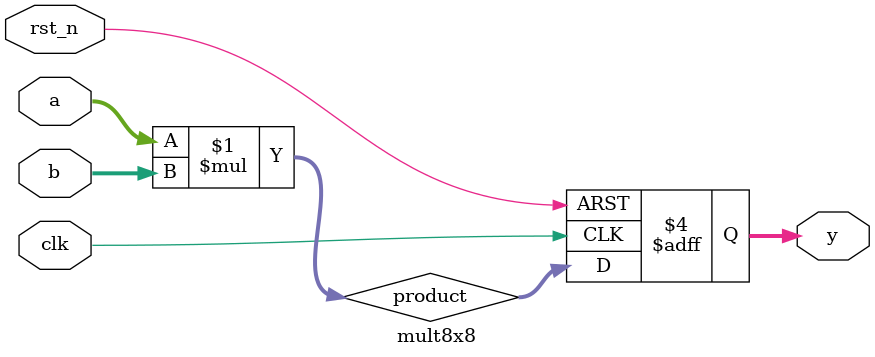
<source format=v>
module mult8x8 (
    input  wire        clk,
    input  wire        rst_n,     // active-low reset
    input  wire [7:0]  a,
    input  wire [7:0]  b,
    output reg  [15:0] y
);

    wire [15:0] product;

    assign product = a * b;   // simple combinational multiply

    always @(posedge clk or negedge rst_n) begin
        if (!rst_n)
            y <= 16'd0;       // reset output
        else
            y <= product;     // register output
    end

endmodule

</source>
